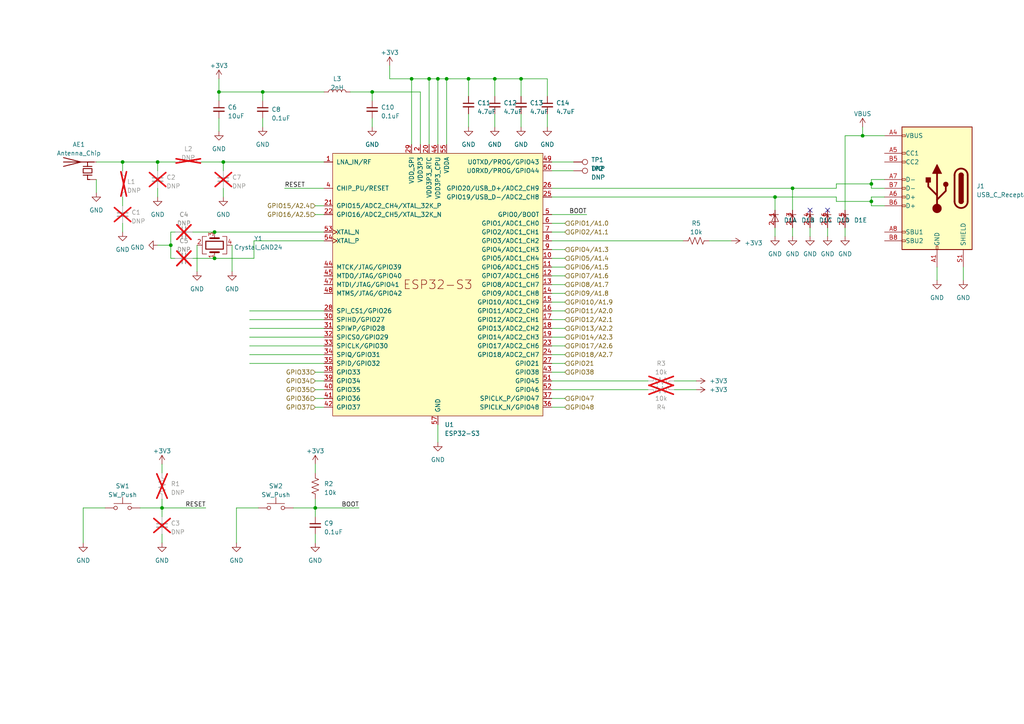
<source format=kicad_sch>
(kicad_sch (version 20230121) (generator eeschema)
  (paper "A4")
  (lib_symbols
    (symbol "Connector:TestPoint" (pin_numbers hide) (pin_names (offset 0.762) hide)
      (property "Reference" "TP" (at 0 6.858 0))
      (property "Value" "TestPoint" (at 0 5.08 0))
      (symbol "TestPoint_0_1"
        (circle (center 0 3.302) (radius 0.762))
      )
      (symbol "TestPoint_1_1"
        (pin passive line (at 0 0 90) (length 2.54) (name "1") (number "1"))
      )
    )
    (symbol "Connector:USB_C_Receptacle_USB2.0" (pin_names (offset 1.016))
      (property "Reference" "J" (at -10.16 19.05 0))
      (property "Value" "USB_C_Receptacle_USB2.0" (at 19.05 19.05 0))
      (symbol "USB_C_Receptacle_USB2.0_0_0"
        (rectangle (start -0.254 -17.78) (end 0.254 -16.764))
        (rectangle (start 10.16 -14.986) (end 9.144 -15.494))
        (rectangle (start 10.16 -12.446) (end 9.144 -12.954))
        (rectangle (start 10.16 -4.826) (end 9.144 -5.334))
        (rectangle (start 10.16 -2.286) (end 9.144 -2.794))
        (rectangle (start 10.16 0.254) (end 9.144 -0.254))
        (rectangle (start 10.16 2.794) (end 9.144 2.286))
        (rectangle (start 10.16 7.874) (end 9.144 7.366))
        (rectangle (start 10.16 10.414) (end 9.144 9.906))
        (rectangle (start 10.16 15.494) (end 9.144 14.986))
      )
      (symbol "USB_C_Receptacle_USB2.0_0_1"
        (rectangle (start -10.16 17.78) (end 10.16 -17.78) (stroke (width 0.254)) (fill (type background)))
        (arc (start -8.89 -3.81) (mid -6.985 -5.7067) (end -5.08 -3.81) (stroke (width 0.508)))
        (arc (start -7.62 -3.81) (mid -6.985 -4.4423) (end -6.35 -3.81) (stroke (width 0.254)))
        (arc (start -7.62 -3.81) (mid -6.985 -4.4423) (end -6.35 -3.81) (stroke (width 0.254)) (fill (type outline)))
        (rectangle (start -7.62 -3.81) (end -6.35 3.81) (stroke (width 0.254)) (fill (type outline)))
        (arc (start -6.35 3.81) (mid -6.985 4.4423) (end -7.62 3.81) (stroke (width 0.254)))
        (arc (start -6.35 3.81) (mid -6.985 4.4423) (end -7.62 3.81) (stroke (width 0.254)) (fill (type outline)))
        (arc (start -5.08 3.81) (mid -6.985 5.7067) (end -8.89 3.81) (stroke (width 0.508)))
        (circle (center -2.54 1.143) (radius 0.635) (stroke (width 0.254)) (fill (type outline)))
        (circle (center 0 -5.842) (radius 1.27) (fill (type outline)))
        (polyline (pts (xy -8.89 -3.81) (xy -8.89 3.81)) (stroke (width 0.508)))
        (polyline (pts (xy -5.08 3.81) (xy -5.08 -3.81)) (stroke (width 0.508)))
        (polyline (pts (xy 0 -5.842) (xy 0 4.318)) (stroke (width 0.508)))
        (polyline (pts (xy 0 -3.302) (xy -2.54 -0.762) (xy -2.54 0.508)) (stroke (width 0.508)))
        (polyline (pts (xy 0 -2.032) (xy 2.54 0.508) (xy 2.54 1.778)) (stroke (width 0.508)))
        (polyline (pts (xy -1.27 4.318) (xy 0 6.858) (xy 1.27 4.318) (xy -1.27 4.318)) (stroke (width 0.254)) (fill (type outline)))
        (rectangle (start 1.905 1.778) (end 3.175 3.048) (stroke (width 0.254)) (fill (type outline)))
      )
      (symbol "USB_C_Receptacle_USB2.0_1_1"
        (pin passive line (at 0 -22.86 90) (length 5.08) (name "GND") (number "A1"))
        (pin passive line (at 0 -22.86 90) (length 5.08) hide (name "GND") (number "A12"))
        (pin passive line (at 15.24 15.24 180) (length 5.08) (name "VBUS") (number "A4"))
        (pin bidirectional line (at 15.24 10.16 180) (length 5.08) (name "CC1") (number "A5"))
        (pin bidirectional line (at 15.24 -2.54 180) (length 5.08) (name "D+") (number "A6"))
        (pin bidirectional line (at 15.24 2.54 180) (length 5.08) (name "D-") (number "A7"))
        (pin bidirectional line (at 15.24 -12.7 180) (length 5.08) (name "SBU1") (number "A8"))
        (pin passive line (at 15.24 15.24 180) (length 5.08) hide (name "VBUS") (number "A9"))
        (pin passive line (at 0 -22.86 90) (length 5.08) hide (name "GND") (number "B1"))
        (pin passive line (at 0 -22.86 90) (length 5.08) hide (name "GND") (number "B12"))
        (pin passive line (at 15.24 15.24 180) (length 5.08) hide (name "VBUS") (number "B4"))
        (pin bidirectional line (at 15.24 7.62 180) (length 5.08) (name "CC2") (number "B5"))
        (pin bidirectional line (at 15.24 -5.08 180) (length 5.08) (name "D+") (number "B6"))
        (pin bidirectional line (at 15.24 0 180) (length 5.08) (name "D-") (number "B7"))
        (pin bidirectional line (at 15.24 -15.24 180) (length 5.08) (name "SBU2") (number "B8"))
        (pin passive line (at 15.24 15.24 180) (length 5.08) hide (name "VBUS") (number "B9"))
        (pin passive line (at -7.62 -22.86 90) (length 5.08) (name "SHIELD") (number "S1"))
      )
    )
    (symbol "Device:Antenna_Chip" (pin_numbers hide) (pin_names (offset 1.016) hide)
      (property "Reference" "AE" (at 0 5.08 0))
      (property "Value" "Antenna_Chip" (at 0 3.175 0))
      (symbol "Antenna_Chip_0_1"
        (polyline (pts (xy -2.54 0) (xy -2.54 -0.635)) (stroke (width 0.254)))
        (polyline (pts (xy -2.54 0) (xy -1.27 0)) (stroke (width 0.254)))
        (polyline (pts (xy 1.27 0) (xy 2.54 0)) (stroke (width 0.254)))
        (polyline (pts (xy 1.27 1.27) (xy 1.27 -1.27)) (stroke (width 0.254)))
        (polyline (pts (xy 2.54 -0.635) (xy 2.54 0)))
        (polyline (pts (xy 2.54 6.985) (xy 2.54 -1.905)) (stroke (width 0.254)))
        (polyline (pts (xy -1.27 1.27) (xy -1.27 -1.27) (xy -1.27 0)) (stroke (width 0.254)))
        (polyline (pts (xy 3.81 6.985) (xy 2.54 1.905) (xy 1.27 6.985)) (stroke (width 0.254)))
        (polyline (pts (xy -0.635 1.27) (xy 0.635 1.27) (xy 0.635 -1.27) (xy -0.635 -1.27) (xy -0.635 1.27)) (stroke (width 0.254)))
      )
      (symbol "Antenna_Chip_1_1"
        (pin input line (at -2.54 -2.54 90) (length 2.54) (name "FEED") (number "1"))
        (pin passive line (at 2.54 -2.54 90) (length 2.54) (name "PCB_Trace") (number "2"))
      )
    )
    (symbol "Device:C_Small" (pin_numbers hide) (pin_names (offset 0.254) hide)
      (property "Reference" "C" (at 0.254 1.778 0))
      (property "Value" "C_Small" (at 0.254 -2.032 0))
      (symbol "C_Small_0_1"
        (polyline (pts (xy -1.524 -0.508) (xy 1.524 -0.508)) (stroke (width 0.3302)))
        (polyline (pts (xy -1.524 0.508) (xy 1.524 0.508)) (stroke (width 0.3048)))
      )
      (symbol "C_Small_1_1"
        (pin passive line (at 0 2.54 270) (length 2.032) (name "~") (number "1"))
        (pin passive line (at 0 -2.54 90) (length 2.032) (name "~") (number "2"))
      )
    )
    (symbol "Device:Crystal_GND24" (pin_names (offset 1.016) hide)
      (property "Reference" "Y" (at 3.175 5.08 0))
      (property "Value" "Crystal_GND24" (at 3.175 3.175 0))
      (symbol "Crystal_GND24_0_1"
        (rectangle (start -1.143 2.54) (end 1.143 -2.54) (stroke (width 0.3048)))
        (polyline (pts (xy -2.54 0) (xy -2.032 0)))
        (polyline (pts (xy -2.032 -1.27) (xy -2.032 1.27)) (stroke (width 0.508)))
        (polyline (pts (xy 0 -3.81) (xy 0 -3.556)))
        (polyline (pts (xy 0 3.556) (xy 0 3.81)))
        (polyline (pts (xy 2.032 -1.27) (xy 2.032 1.27)) (stroke (width 0.508)))
        (polyline (pts (xy 2.032 0) (xy 2.54 0)))
        (polyline (pts (xy -2.54 -2.286) (xy -2.54 -3.556) (xy 2.54 -3.556) (xy 2.54 -2.286)))
        (polyline (pts (xy -2.54 2.286) (xy -2.54 3.556) (xy 2.54 3.556) (xy 2.54 2.286)))
      )
      (symbol "Crystal_GND24_1_1"
        (pin passive line (at -3.81 0 0) (length 1.27) (name "1") (number "1"))
        (pin passive line (at 0 5.08 270) (length 1.27) (name "2") (number "2"))
        (pin passive line (at 3.81 0 180) (length 1.27) (name "3") (number "3"))
        (pin passive line (at 0 -5.08 90) (length 1.27) (name "4") (number "4"))
      )
    )
    (symbol "Device:L" (pin_numbers hide) (pin_names (offset 1.016) hide)
      (property "Reference" "L" (at -1.27 0 90))
      (property "Value" "L" (at 1.905 0 90))
      (symbol "L_0_1"
        (arc (start 0 -2.54) (mid 0.6323 -1.905) (end 0 -1.27))
        (arc (start 0 -1.27) (mid 0.6323 -0.635) (end 0 0))
        (arc (start 0 0) (mid 0.6323 0.635) (end 0 1.27))
        (arc (start 0 1.27) (mid 0.6323 1.905) (end 0 2.54))
      )
      (symbol "L_1_1"
        (pin passive line (at 0 3.81 270) (length 1.27) (name "1") (number "1"))
        (pin passive line (at 0 -3.81 90) (length 1.27) (name "2") (number "2"))
      )
    )
    (symbol "Device:R_US" (pin_numbers hide) (pin_names (offset 0))
      (property "Reference" "R" (at 2.54 0 90))
      (property "Value" "R_US" (at -2.54 0 90))
      (symbol "R_US_0_1"
        (polyline (pts (xy 0 -2.286) (xy 0 -2.54)))
        (polyline (pts (xy 0 2.286) (xy 0 2.54)))
        (polyline (pts (xy 0 -0.762) (xy 1.016 -1.143) (xy 0 -1.524) (xy -1.016 -1.905) (xy 0 -2.286)))
        (polyline (pts (xy 0 0.762) (xy 1.016 0.381) (xy 0 0) (xy -1.016 -0.381) (xy 0 -0.762)))
        (polyline (pts (xy 0 2.286) (xy 1.016 1.905) (xy 0 1.524) (xy -1.016 1.143) (xy 0 0.762)))
      )
      (symbol "R_US_1_1"
        (pin passive line (at 0 3.81 270) (length 1.27) (name "~") (number "1"))
        (pin passive line (at 0 -3.81 90) (length 1.27) (name "~") (number "2"))
      )
    )
    (symbol "PCM_Espressif:ESP32-S3" (pin_names (offset 1.016))
      (property "Reference" "U" (at -30.48 43.18 0))
      (property "Value" "ESP32-S3" (at -30.48 40.64 0))
      (symbol "ESP32-S3_0_0"
        (text "ESP32-S3" (at 0 0 0) (effects (font (size 2.54 2.54))))
        (pin bidirectional line (at 33.02 -35.56 180) (length 2.54) (name "SPICLK_N/GPIO48") (number "36"))
        (pin bidirectional line (at 33.02 -33.02 180) (length 2.54) (name "SPICLK_P/GPIO47") (number "37"))
      )
      (symbol "ESP32-S3_0_1"
        (rectangle (start -30.48 38.1) (end 30.48 -38.1) (fill (type background)))
      )
      (symbol "ESP32-S3_1_1"
        (pin bidirectional line (at -33.02 35.56 0) (length 2.54) (name "LNA_IN/RF") (number "1"))
        (pin bidirectional line (at 33.02 7.62 180) (length 2.54) (name "GPIO5/ADC1_CH4") (number "10"))
        (pin bidirectional line (at 33.02 5.08 180) (length 2.54) (name "GPIO6/ADC1_CH5") (number "11"))
        (pin bidirectional line (at 33.02 2.54 180) (length 2.54) (name "GPIO7/ADC1_CH6") (number "12"))
        (pin bidirectional line (at 33.02 0 180) (length 2.54) (name "GPIO8/ADC1_CH7") (number "13"))
        (pin bidirectional line (at 33.02 -2.54 180) (length 2.54) (name "GPIO9/ADC1_CH8") (number "14"))
        (pin bidirectional line (at 33.02 -5.08 180) (length 2.54) (name "GPIO10/ADC1_CH9") (number "15"))
        (pin bidirectional line (at 33.02 -7.62 180) (length 2.54) (name "GPIO11/ADC2_CH0") (number "16"))
        (pin bidirectional line (at 33.02 -10.16 180) (length 2.54) (name "GPIO12/ADC2_CH1") (number "17"))
        (pin bidirectional line (at 33.02 -12.7 180) (length 2.54) (name "GPIO13/ADC2_CH2") (number "18"))
        (pin bidirectional line (at 33.02 -15.24 180) (length 2.54) (name "GPIO14/ADC2_CH3") (number "19"))
        (pin power_in line (at -5.08 40.64 270) (length 2.54) (name "VDD3P3") (number "2"))
        (pin power_in line (at -2.54 40.64 270) (length 2.54) (name "VDD3P3_RTC") (number "20"))
        (pin bidirectional line (at -33.02 22.86 0) (length 2.54) (name "GPIO15/ADC2_CH4/XTAL_32K_P") (number "21"))
        (pin bidirectional line (at -33.02 20.32 0) (length 2.54) (name "GPIO16/ADC2_CH5/XTAL_32K_N") (number "22"))
        (pin bidirectional line (at 33.02 -17.78 180) (length 2.54) (name "GPIO17/ADC2_CH6") (number "23"))
        (pin bidirectional line (at 33.02 -20.32 180) (length 2.54) (name "GPIO18/ADC2_CH7") (number "24"))
        (pin bidirectional line (at 33.02 25.4 180) (length 2.54) (name "GPIO19/USB_D-/ADC2_CH8") (number "25"))
        (pin bidirectional line (at 33.02 27.94 180) (length 2.54) (name "GPIO20/USB_D+/ADC2_CH9") (number "26"))
        (pin bidirectional line (at 33.02 -22.86 180) (length 2.54) (name "GPIO21") (number "27"))
        (pin bidirectional line (at -33.02 -7.62 0) (length 2.54) (name "SPI_CS1/GPIO26") (number "28"))
        (pin power_out line (at -7.62 40.64 270) (length 2.54) (name "VDD_SPI") (number "29"))
        (pin power_in line (at -5.08 40.64 270) (length 2.54) hide (name "VDD3P3") (number "3"))
        (pin bidirectional line (at -33.02 -10.16 0) (length 2.54) (name "SPIHD/GPIO27") (number "30"))
        (pin bidirectional line (at -33.02 -12.7 0) (length 2.54) (name "SPIWP/GPIO28") (number "31"))
        (pin bidirectional line (at -33.02 -15.24 0) (length 2.54) (name "SPICS0/GPIO29") (number "32"))
        (pin bidirectional line (at -33.02 -17.78 0) (length 2.54) (name "SPICLK/GPIO30") (number "33"))
        (pin bidirectional line (at -33.02 -20.32 0) (length 2.54) (name "SPIQ/GPIO31") (number "34"))
        (pin bidirectional line (at -33.02 -22.86 0) (length 2.54) (name "SPID/GPIO32") (number "35"))
        (pin bidirectional line (at -33.02 -25.4 0) (length 2.54) (name "GPIO33") (number "38"))
        (pin bidirectional line (at -33.02 -27.94 0) (length 2.54) (name "GPIO34") (number "39"))
        (pin input line (at -33.02 27.94 0) (length 2.54) (name "CHIP_PU/RESET") (number "4"))
        (pin bidirectional line (at -33.02 -30.48 0) (length 2.54) (name "GPIO35") (number "40"))
        (pin bidirectional line (at -33.02 -33.02 0) (length 2.54) (name "GPIO36") (number "41"))
        (pin bidirectional line (at -33.02 -35.56 0) (length 2.54) (name "GPIO37") (number "42"))
        (pin bidirectional line (at 33.02 -25.4 180) (length 2.54) (name "GPIO38") (number "43"))
        (pin bidirectional line (at -33.02 5.08 0) (length 2.54) (name "MTCK/JTAG/GPIO39") (number "44"))
        (pin bidirectional line (at -33.02 2.54 0) (length 2.54) (name "MTDO/JTAG/GPIO40") (number "45"))
        (pin power_in line (at 0 40.64 270) (length 2.54) (name "VDD3P3_CPU") (number "46"))
        (pin bidirectional line (at -33.02 0 0) (length 2.54) (name "MTDI/JTAG/GPIO41") (number "47"))
        (pin bidirectional line (at -33.02 -2.54 0) (length 2.54) (name "MTMS/JTAG/GPIO42") (number "48"))
        (pin bidirectional line (at 33.02 35.56 180) (length 2.54) (name "U0TXD/PROG/GPIO43") (number "49"))
        (pin bidirectional line (at 33.02 20.32 180) (length 2.54) (name "GPIO0/BOOT") (number "5"))
        (pin bidirectional line (at 33.02 33.02 180) (length 2.54) (name "U0RXD/PROG/GPIO44") (number "50"))
        (pin bidirectional line (at 33.02 -27.94 180) (length 2.54) (name "GPIO45") (number "51"))
        (pin bidirectional line (at 33.02 -30.48 180) (length 2.54) (name "GPIO46") (number "52"))
        (pin input clock (at -33.02 15.24 0) (length 2.54) (name "XTAL_N") (number "53"))
        (pin output clock (at -33.02 12.7 0) (length 2.54) (name "XTAL_P") (number "54"))
        (pin power_in line (at 2.54 40.64 270) (length 2.54) (name "VDDA") (number "55"))
        (pin passive line (at 2.54 40.64 270) (length 2.54) hide (name "VDDA") (number "56"))
        (pin power_in line (at 0 -40.64 90) (length 2.54) (name "GND") (number "57"))
        (pin bidirectional line (at 33.02 17.78 180) (length 2.54) (name "GPIO1/ADC1_CH0") (number "6"))
        (pin bidirectional line (at 33.02 15.24 180) (length 2.54) (name "GPIO2/ADC1_CH1") (number "7"))
        (pin bidirectional line (at 33.02 12.7 180) (length 2.54) (name "GPIO3/ADC1_CH2") (number "8"))
        (pin bidirectional line (at 33.02 10.16 180) (length 2.54) (name "GPIO4/ADC1_CH3") (number "9"))
      )
    )
    (symbol "Rumission:D5V0F4U6SO" (pin_names hide)
      (property "Reference" "D" (at 0 0 0))
      (symbol "D5V0F4U6SO_1_1"
        (polyline (pts (xy -1.27 -2.54) (xy 0.762 -2.54)))
        (polyline (pts (xy -1.27 -1.524) (xy -1.27 -3.556) (xy -0.762 -3.556)))
        (polyline (pts (xy 0.762 -1.524) (xy -1.27 -2.54) (xy 0.762 -3.556) (xy 0.762 -1.524)))
        (pin passive line (at -2.54 -2.54 0) (length 2.54) (name "K1") (number "1"))
        (pin passive line (at 2.54 -2.54 180) (length 2.54) (name "A") (number "2"))
      )
      (symbol "D5V0F4U6SO_2_1"
        (polyline (pts (xy -1.27 -2.54) (xy 0.762 -2.54)))
        (polyline (pts (xy -1.27 -1.524) (xy -1.27 -3.556) (xy -0.762 -3.556)))
        (polyline (pts (xy 0.762 -1.524) (xy -1.27 -2.54) (xy 0.762 -3.556) (xy 0.762 -1.524)))
        (pin passive line (at 2.54 -2.54 180) (length 2.54) (name "A") (number "2"))
        (pin passive line (at -2.54 -2.54 0) (length 2.54) (name "K2") (number "3"))
      )
      (symbol "D5V0F4U6SO_3_1"
        (polyline (pts (xy -1.27 -2.54) (xy 0.762 -2.54)))
        (polyline (pts (xy -1.27 -1.524) (xy -1.27 -3.556) (xy -0.762 -3.556)))
        (polyline (pts (xy 0.762 -1.524) (xy -1.27 -2.54) (xy 0.762 -3.556) (xy 0.762 -1.524)))
        (pin passive line (at 2.54 -2.54 180) (length 2.54) (name "A") (number "2"))
        (pin passive line (at -2.54 -2.54 0) (length 2.54) (name "K3") (number "4"))
      )
      (symbol "D5V0F4U6SO_4_1"
        (polyline (pts (xy -1.27 -2.54) (xy 0.762 -2.54)))
        (polyline (pts (xy -1.27 -1.524) (xy -1.27 -3.556) (xy -0.762 -3.556)))
        (polyline (pts (xy 0.762 -1.524) (xy -1.27 -2.54) (xy 0.762 -3.556) (xy 0.762 -1.524)))
        (pin passive line (at 2.54 -2.54 180) (length 2.54) (name "A") (number "2"))
        (pin passive line (at -2.54 -2.54 0) (length 2.54) (name "K4") (number "6"))
      )
      (symbol "D5V0F4U6SO_5_1"
        (polyline (pts (xy 0 -5.08) (xy 0 -7.112)))
        (polyline (pts (xy 1.016 -5.08) (xy -1.016 -5.08) (xy -1.016 -5.588)))
        (polyline (pts (xy 1.016 -7.112) (xy 0 -5.08) (xy -1.016 -7.112) (xy 1.016 -7.112)))
        (pin passive line (at 0 -8.89 90) (length 2.54) (name "A") (number "2"))
        (pin passive line (at 0 -3.81 270) (length 2.54) (name "K_Vcc") (number "5"))
      )
    )
    (symbol "Switch:SW_Push" (pin_numbers hide) (pin_names (offset 1.016) hide)
      (property "Reference" "SW" (at 1.27 2.54 0))
      (property "Value" "SW_Push" (at 0 -1.524 0))
      (symbol "SW_Push_0_1"
        (circle (center -2.032 0) (radius 0.508))
        (polyline (pts (xy 0 1.27) (xy 0 3.048)))
        (polyline (pts (xy 2.54 1.27) (xy -2.54 1.27)))
        (circle (center 2.032 0) (radius 0.508))
        (pin passive line (at -5.08 0 0) (length 2.54) (name "1") (number "1"))
        (pin passive line (at 5.08 0 180) (length 2.54) (name "2") (number "2"))
      )
    )
    (symbol "power:+3V3" (power) (pin_names (offset 0))
      (property "Value" "+3V3" (at 0 3.556 0))
      (symbol "+3V3_0_1"
        (polyline (pts (xy -0.762 1.27) (xy 0 2.54)))
        (polyline (pts (xy 0 0) (xy 0 2.54)))
        (polyline (pts (xy 0 2.54) (xy 0.762 1.27)))
      )
      (symbol "+3V3_1_1"
        (pin power_in line (at 0 0 90) (length 0) hide (name "+3V3") (number "1"))
      )
    )
    (symbol "power:GND" (power) (pin_names (offset 0))
      (property "Value" "GND" (at 0 -3.81 0))
      (symbol "GND_0_1"
        (polyline (pts (xy 0 0) (xy 0 -1.27) (xy 1.27 -1.27) (xy 0 -2.54) (xy -1.27 -1.27) (xy 0 -1.27)))
      )
      (symbol "GND_1_1"
        (pin power_in line (at 0 0 270) (length 0) hide (name "GND") (number "1"))
      )
    )
    (symbol "power:VBUS" (power) (pin_names (offset 0))
      (property "Value" "VBUS" (at 0 3.81 0))
      (symbol "VBUS_0_1"
        (polyline (pts (xy -0.762 1.27) (xy 0 2.54)))
        (polyline (pts (xy 0 0) (xy 0 2.54)))
        (polyline (pts (xy 0 2.54) (xy 0.762 1.27)))
      )
      (symbol "VBUS_1_1"
        (pin power_in line (at 0 0 90) (length 0) hide (name "VBUS") (number "1"))
      )
    )
  )
  (junction (at 250.19 39.37))
  (junction (at 252.73 53.34))
  (junction (at 49.53 71.12))
  (junction (at 91.44 147.32))
  (junction (at 129.54 22.86))
  (junction (at 135.89 22.86))
  (junction (at 63.5 26.67))
  (junction (at 143.51 22.86))
  (junction (at 76.2 26.67))
  (junction (at 62.23 74.93))
  (junction (at 35.56 46.99))
  (junction (at 62.23 67.31))
  (junction (at 151.13 22.86))
  (junction (at 127 22.86))
  (junction (at 107.95 26.67))
  (junction (at 46.99 147.32))
  (junction (at 124.46 22.86))
  (junction (at 224.79 57.15))
  (junction (at 64.77 46.99))
  (junction (at 252.73 58.42))
  (junction (at 229.87 54.61))
  (junction (at 45.72 46.99))
  (junction (at 119.38 22.86))
  (no_connect (at 234.95 60.96))
  (no_connect (at 240.03 60.96))
  (wire (pts (xy 242.57 53.34) (xy 252.73 53.34)))
  (wire (pts (xy 76.2 26.67) (xy 93.98 26.67)))
  (wire (pts (xy 160.02 64.77) (xy 163.83 64.77)))
  (wire (pts (xy 91.44 147.32) (xy 104.14 147.32)))
  (wire (pts (xy 64.77 46.99) (xy 64.77 49.53)))
  (wire (pts (xy 252.73 59.69) (xy 252.73 58.42)))
  (wire (pts (xy 252.73 54.61) (xy 252.73 53.34)))
  (wire (pts (xy 68.58 147.32) (xy 74.93 147.32)))
  (wire (pts (xy 151.13 33.02) (xy 151.13 36.83)))
  (wire (pts (xy 91.44 110.49) (xy 93.98 110.49)))
  (wire (pts (xy 113.03 19.05) (xy 113.03 22.86)))
  (wire (pts (xy 57.15 71.12) (xy 57.15 78.74)))
  (wire (pts (xy 135.89 22.86) (xy 143.51 22.86)))
  (wire (pts (xy 107.95 26.67) (xy 107.95 29.21)))
  (wire (pts (xy 252.73 57.15) (xy 256.54 57.15)))
  (wire (pts (xy 160.02 74.93) (xy 163.83 74.93)))
  (wire (pts (xy 72.39 102.87) (xy 93.98 102.87)))
  (wire (pts (xy 160.02 92.71) (xy 163.83 92.71)))
  (wire (pts (xy 160.02 95.25) (xy 163.83 95.25)))
  (wire (pts (xy 45.72 46.99) (xy 50.8 46.99)))
  (wire (pts (xy 45.72 54.61) (xy 45.72 57.15)))
  (wire (pts (xy 91.44 147.32) (xy 91.44 149.86)))
  (wire (pts (xy 242.57 54.61) (xy 242.57 53.34)))
  (wire (pts (xy 224.79 57.15) (xy 242.57 57.15)))
  (wire (pts (xy 64.77 46.99) (xy 93.98 46.99)))
  (wire (pts (xy 64.77 54.61) (xy 64.77 57.15)))
  (wire (pts (xy 63.5 34.29) (xy 63.5 38.1)))
  (wire (pts (xy 160.02 57.15) (xy 224.79 57.15)))
  (wire (pts (xy 160.02 62.23) (xy 170.18 62.23)))
  (wire (pts (xy 49.53 74.93) (xy 49.53 71.12)))
  (wire (pts (xy 50.8 74.93) (xy 49.53 74.93)))
  (wire (pts (xy 205.74 69.85) (xy 212.09 69.85)))
  (wire (pts (xy 91.44 107.95) (xy 93.98 107.95)))
  (wire (pts (xy 91.44 113.03) (xy 93.98 113.03)))
  (wire (pts (xy 107.95 34.29) (xy 107.95 36.83)))
  (wire (pts (xy 24.13 147.32) (xy 30.48 147.32)))
  (wire (pts (xy 160.02 113.03) (xy 187.96 113.03)))
  (wire (pts (xy 40.64 147.32) (xy 46.99 147.32)))
  (wire (pts (xy 91.44 62.23) (xy 93.98 62.23)))
  (wire (pts (xy 160.02 87.63) (xy 163.83 87.63)))
  (wire (pts (xy 160.02 102.87) (xy 163.83 102.87)))
  (wire (pts (xy 124.46 22.86) (xy 127 22.86)))
  (wire (pts (xy 46.99 144.78) (xy 46.99 147.32)))
  (wire (pts (xy 27.94 52.07) (xy 27.94 55.88)))
  (wire (pts (xy 35.56 57.15) (xy 35.56 59.69)))
  (wire (pts (xy 113.03 22.86) (xy 119.38 22.86)))
  (wire (pts (xy 240.03 66.04) (xy 240.03 68.58)))
  (wire (pts (xy 160.02 54.61) (xy 229.87 54.61)))
  (wire (pts (xy 229.87 54.61) (xy 242.57 54.61)))
  (wire (pts (xy 63.5 26.67) (xy 76.2 26.67)))
  (wire (pts (xy 135.89 22.86) (xy 135.89 27.94)))
  (wire (pts (xy 127 22.86) (xy 129.54 22.86)))
  (wire (pts (xy 45.72 71.12) (xy 49.53 71.12)))
  (wire (pts (xy 63.5 22.86) (xy 63.5 26.67)))
  (wire (pts (xy 160.02 72.39) (xy 163.83 72.39)))
  (wire (pts (xy 256.54 54.61) (xy 252.73 54.61)))
  (wire (pts (xy 160.02 118.11) (xy 163.83 118.11)))
  (wire (pts (xy 63.5 29.21) (xy 63.5 26.67)))
  (wire (pts (xy 158.75 33.02) (xy 158.75 36.83)))
  (wire (pts (xy 129.54 22.86) (xy 135.89 22.86)))
  (wire (pts (xy 242.57 57.15) (xy 242.57 58.42)))
  (wire (pts (xy 76.2 29.21) (xy 76.2 26.67)))
  (wire (pts (xy 46.99 154.94) (xy 46.99 157.48)))
  (wire (pts (xy 160.02 82.55) (xy 163.83 82.55)))
  (wire (pts (xy 160.02 105.41) (xy 163.83 105.41)))
  (wire (pts (xy 229.87 54.61) (xy 229.87 60.96)))
  (wire (pts (xy 91.44 115.57) (xy 93.98 115.57)))
  (wire (pts (xy 229.87 66.04) (xy 229.87 68.58)))
  (wire (pts (xy 143.51 33.02) (xy 143.51 36.83)))
  (wire (pts (xy 101.6 26.67) (xy 107.95 26.67)))
  (wire (pts (xy 124.46 22.86) (xy 124.46 41.91)))
  (wire (pts (xy 245.11 66.04) (xy 245.11 68.58)))
  (wire (pts (xy 35.56 49.53) (xy 35.56 46.99)))
  (wire (pts (xy 252.73 53.34) (xy 252.73 52.07)))
  (wire (pts (xy 151.13 22.86) (xy 151.13 27.94)))
  (wire (pts (xy 72.39 92.71) (xy 93.98 92.71)))
  (wire (pts (xy 279.4 77.47) (xy 279.4 81.28)))
  (wire (pts (xy 158.75 22.86) (xy 158.75 27.94)))
  (wire (pts (xy 252.73 58.42) (xy 252.73 57.15)))
  (wire (pts (xy 46.99 147.32) (xy 59.69 147.32)))
  (wire (pts (xy 160.02 77.47) (xy 163.83 77.47)))
  (wire (pts (xy 195.58 113.03) (xy 201.93 113.03)))
  (wire (pts (xy 160.02 115.57) (xy 163.83 115.57)))
  (wire (pts (xy 55.88 74.93) (xy 62.23 74.93)))
  (wire (pts (xy 245.11 60.96) (xy 245.11 39.37)))
  (wire (pts (xy 91.44 144.78) (xy 91.44 147.32)))
  (wire (pts (xy 224.79 66.04) (xy 224.79 68.58)))
  (wire (pts (xy 91.44 59.69) (xy 93.98 59.69)))
  (wire (pts (xy 252.73 52.07) (xy 256.54 52.07)))
  (wire (pts (xy 160.02 90.17) (xy 163.83 90.17)))
  (wire (pts (xy 73.66 69.85) (xy 93.98 69.85)))
  (wire (pts (xy 73.66 74.93) (xy 73.66 69.85)))
  (wire (pts (xy 91.44 118.11) (xy 93.98 118.11)))
  (wire (pts (xy 160.02 97.79) (xy 163.83 97.79)))
  (wire (pts (xy 72.39 105.41) (xy 93.98 105.41)))
  (wire (pts (xy 76.2 34.29) (xy 76.2 36.83)))
  (wire (pts (xy 160.02 67.31) (xy 163.83 67.31)))
  (wire (pts (xy 55.88 67.31) (xy 62.23 67.31)))
  (wire (pts (xy 46.99 147.32) (xy 46.99 149.86)))
  (wire (pts (xy 160.02 85.09) (xy 163.83 85.09)))
  (wire (pts (xy 160.02 69.85) (xy 198.12 69.85)))
  (wire (pts (xy 49.53 71.12) (xy 49.53 67.31)))
  (wire (pts (xy 143.51 22.86) (xy 143.51 27.94)))
  (wire (pts (xy 127 22.86) (xy 127 41.91)))
  (wire (pts (xy 256.54 59.69) (xy 252.73 59.69)))
  (wire (pts (xy 58.42 46.99) (xy 64.77 46.99)))
  (wire (pts (xy 67.31 71.12) (xy 67.31 78.74)))
  (wire (pts (xy 135.89 33.02) (xy 135.89 36.83)))
  (wire (pts (xy 129.54 22.86) (xy 129.54 41.91)))
  (wire (pts (xy 91.44 134.62) (xy 91.44 137.16)))
  (wire (pts (xy 72.39 100.33) (xy 93.98 100.33)))
  (wire (pts (xy 160.02 49.53) (xy 166.37 49.53)))
  (wire (pts (xy 72.39 95.25) (xy 93.98 95.25)))
  (wire (pts (xy 160.02 46.99) (xy 166.37 46.99)))
  (wire (pts (xy 245.11 39.37) (xy 250.19 39.37)))
  (wire (pts (xy 24.13 147.32) (xy 24.13 157.48)))
  (wire (pts (xy 35.56 46.99) (xy 45.72 46.99)))
  (wire (pts (xy 119.38 22.86) (xy 119.38 41.91)))
  (wire (pts (xy 195.58 110.49) (xy 201.93 110.49)))
  (wire (pts (xy 121.92 26.67) (xy 107.95 26.67)))
  (wire (pts (xy 49.53 67.31) (xy 50.8 67.31)))
  (wire (pts (xy 91.44 154.94) (xy 91.44 157.48)))
  (wire (pts (xy 160.02 80.01) (xy 163.83 80.01)))
  (wire (pts (xy 271.78 77.47) (xy 271.78 81.28)))
  (wire (pts (xy 143.51 22.86) (xy 151.13 22.86)))
  (wire (pts (xy 160.02 100.33) (xy 163.83 100.33)))
  (wire (pts (xy 68.58 147.32) (xy 68.58 157.48)))
  (wire (pts (xy 250.19 39.37) (xy 256.54 39.37)))
  (wire (pts (xy 35.56 64.77) (xy 35.56 67.31)))
  (wire (pts (xy 151.13 22.86) (xy 158.75 22.86)))
  (wire (pts (xy 85.09 147.32) (xy 91.44 147.32)))
  (wire (pts (xy 27.94 46.99) (xy 35.56 46.99)))
  (wire (pts (xy 82.55 54.61) (xy 93.98 54.61)))
  (wire (pts (xy 72.39 97.79) (xy 93.98 97.79)))
  (wire (pts (xy 119.38 22.86) (xy 124.46 22.86)))
  (wire (pts (xy 121.92 41.91) (xy 121.92 26.67)))
  (wire (pts (xy 62.23 74.93) (xy 73.66 74.93)))
  (wire (pts (xy 234.95 66.04) (xy 234.95 68.58)))
  (wire (pts (xy 46.99 134.62) (xy 46.99 137.16)))
  (wire (pts (xy 242.57 58.42) (xy 252.73 58.42)))
  (wire (pts (xy 62.23 67.31) (xy 93.98 67.31)))
  (wire (pts (xy 160.02 107.95) (xy 163.83 107.95)))
  (wire (pts (xy 45.72 49.53) (xy 45.72 46.99)))
  (wire (pts (xy 72.39 90.17) (xy 93.98 90.17)))
  (wire (pts (xy 160.02 110.49) (xy 187.96 110.49)))
  (wire (pts (xy 127 123.19) (xy 127 128.27)))
  (wire (pts (xy 250.19 36.83) (xy 250.19 39.37)))
  (wire (pts (xy 224.79 57.15) (xy 224.79 60.96)))
  (label "BOOT" (at 170.18 62.23 180))
  (label "BOOT" (at 104.14 147.32 180))
  (label "RESET" (at 59.69 147.32 180))
  (label "RESET" (at 82.55 54.61 0))
  (hierarchical_label "GPIO5{slash}A1.4" (shape input) (at 163.83 74.93 0))
  (hierarchical_label "GPIO14{slash}A2.3" (shape input) (at 163.83 97.79 0))
  (hierarchical_label "GPIO37" (shape input) (at 91.44 118.11 180))
  (hierarchical_label "GPIO34" (shape input) (at 91.44 110.49 180))
  (hierarchical_label "GPIO1{slash}A1.0" (shape input) (at 163.83 64.77 0))
  (hierarchical_label "GPIO18{slash}A2.7" (shape input) (at 163.83 102.87 0))
  (hierarchical_label "GPIO47" (shape input) (at 163.83 115.57 0))
  (hierarchical_label "GPIO15{slash}A2.4" (shape input) (at 91.44 59.69 180))
  (hierarchical_label "GPIO12{slash}A2.1" (shape input) (at 163.83 92.71 0))
  (hierarchical_label "GPIO13{slash}A2.2" (shape input) (at 163.83 95.25 0))
  (hierarchical_label "GPIO8{slash}A1.7" (shape input) (at 163.83 82.55 0))
  (hierarchical_label "GPIO6{slash}A1.5" (shape input) (at 163.83 77.47 0))
  (hierarchical_label "GPIO10{slash}A1.9" (shape input) (at 163.83 87.63 0))
  (hierarchical_label "GPIO48" (shape input) (at 163.83 118.11 0))
  (hierarchical_label "GPIO7{slash}A1.6" (shape input) (at 163.83 80.01 0))
  (hierarchical_label "GPIO9{slash}A1.8" (shape input) (at 163.83 85.09 0))
  (hierarchical_label "GPIO11{slash}A2.0" (shape input) (at 163.83 90.17 0))
  (hierarchical_label "GPIO2{slash}A1.1" (shape input) (at 163.83 67.31 0))
  (hierarchical_label "GPIO17{slash}A2.6" (shape input) (at 163.83 100.33 0))
  (hierarchical_label "GPIO35" (shape input) (at 91.44 113.03 180))
  (hierarchical_label "GPIO16{slash}A2.5" (shape input) (at 91.44 62.23 180))
  (hierarchical_label "GPIO33" (shape input) (at 91.44 107.95 180))
  (hierarchical_label "GPIO21" (shape input) (at 163.83 105.41 0))
  (hierarchical_label "GPIO38" (shape input) (at 163.83 107.95 0))
  (hierarchical_label "GPIO4{slash}A1.3" (shape input) (at 163.83 72.39 0))
  (hierarchical_label "GPIO36" (shape input) (at 91.44 115.57 180))
  (symbol (lib_id "Device:R_US") (at 91.44 140.97 0) (unit 1)
    (property "Reference" "R2" (at 93.98 140.335 0) (effects (justify left)))
    (property "Value" "10k" (at 93.98 142.875 0) (effects (justify left)))
    (property "Footprint" "Resistor_SMD:R_0201_0603Metric_Pad0.64x0.40mm_HandSolder" (effects hide))
    (property "MPN" "RC0201FR-0710KL" (effects hide))
  )
  (symbol (lib_id "Device:C_Small") (at 76.2 31.75 0) (unit 1)
    (property "Reference" "C8" (at 78.74 31.75 0) (effects (justify left)))
    (property "Value" "0.1uF" (at 78.74 34.29 0) (effects (justify left)))
    (property "Footprint" "Capacitor_SMD:C_1206_3216Metric_Pad1.33x1.80mm_HandSolder" (effects hide))
    (property "Datasheet" "https://mm.digikey.com/Volume0/opasdata/d220001/medias/docus/1256/CL31B104KBCNNNC_Spec.pdf" (effects hide))
    (property "MPN" "CL31B104KBCNNNC" (effects hide))
  )
  (symbol (lib_id "Device:C_Small") (at 91.44 152.4 0) (unit 1)
    (property "Reference" "C9" (at 93.98 151.7713 0) (effects (justify left)))
    (property "Value" "0.1uF" (at 93.98 154.3113 0) (effects (justify left)))
    (property "Footprint" "Capacitor_SMD:C_0603_1608Metric_Pad1.08x0.95mm_HandSolder" (effects hide))
    (property "Datasheet" "https://datasheets.kyocera-avx.com/KGM_X7R.pdf" (effects hide))
    (property "MPN" "KGM15BR71H104KT" (effects hide))
  )
  (symbol (lib_id "power:+3V3") (at 63.5 22.86 0) (unit 1)
    (property "Reference" "#PWR09" (effects hide))
    (property "Value" "+3V3" (at 63.5 19.05 0))
  )
  (symbol (lib_id "power:GND") (at 234.95 68.58 0) (unit 1)
    (property "Reference" "#PWR029" (effects hide))
    (property "Value" "GND" (at 234.95 73.66 0))
  )
  (symbol (lib_id "power:GND") (at 127 128.27 0) (unit 1)
    (property "Reference" "#PWR019" (effects hide))
    (property "Value" "GND" (at 127 133.35 0))
  )
  (symbol (lib_id "power:+3V3") (at 201.93 110.49 270) (unit 1)
    (property "Reference" "#PWR024" (effects hide))
    (property "Value" "+3V3" (at 205.74 110.49 90) (effects (justify left)))
  )
  (symbol (lib_id "Rumission:D5V0F4U6SO") (at 245.11 57.15 0) (unit 5)
    (property "Reference" "D1" (at 247.65 63.881 0) (effects (justify left)))
    (property "Value" "D5V0F4U6SO" (effects hide))
    (property "Footprint" "Rumission:SOT26" (effects hide))
    (property "Datasheet" "https://www.diodes.com/assets/Datasheets/D5V0F4U6SO.pdf" (effects hide))
    (property "MPN" "D5V0F4U6SO-7" (effects hide))
  )
  (symbol (lib_id "Device:C_Small") (at 107.95 31.75 0) (unit 1)
    (property "Reference" "C10" (at 110.49 31.1213 0) (effects (justify left)))
    (property "Value" "0.1uF" (at 110.49 33.6613 0) (effects (justify left)))
    (property "Footprint" "Capacitor_SMD:C_1206_3216Metric_Pad1.33x1.80mm_HandSolder" (effects hide))
    (property "Datasheet" "https://mm.digikey.com/Volume0/opasdata/d220001/medias/docus/1256/CL31B104KBCNNNC_Spec.pdf" (effects hide))
    (property "MPN" "CL31B104KBCNNNC" (effects hide))
  )
  (symbol (lib_id "power:GND") (at 158.75 36.83 0) (unit 1)
    (property "Reference" "#PWR023" (effects hide))
    (property "Value" "GND" (at 158.75 41.91 0))
  )
  (symbol (lib_id "Connector:USB_C_Receptacle_USB2.0") (at 271.78 54.61 0) (mirror y) (unit 1)
    (property "Reference" "J1" (at 283.21 53.975 0) (effects (justify right)))
    (property "Value" "USB_C_Receptacle_USB2.0" (at 283.21 56.515 0) (effects (justify right)))
    (property "Footprint" "Connector_USB:USB_C_Receptacle_Amphenol_12401610E4-2A_CircularHoles" (effects hide))
    (property "Datasheet" "https://www.usb.org/sites/default/files/documents/usb_type-c.zip" (effects hide))
    (property "MPN" "12401610E4#2A" (effects hide))
  )
  (symbol (lib_id "Device:C_Small") (at 46.99 152.4 0) (unit 1) (dnp yes)
    (property "Reference" "C3" (at 49.53 151.7713 0) (effects (justify left)))
    (property "Value" "DNP" (at 49.53 154.3113 0) (effects (justify left)))
    (property "Footprint" "Capacitor_SMD:C_0603_1608Metric_Pad1.08x0.95mm_HandSolder" (effects hide))
    (property "MPN" "DNP" (effects hide))
  )
  (symbol (lib_id "power:GND") (at 27.94 55.88 0) (unit 1)
    (property "Reference" "#PWR02" (effects hide))
    (property "Value" "GND" (at 27.94 60.96 0))
  )
  (symbol (lib_id "Device:C_Small") (at 53.34 74.93 270) (mirror x) (unit 1) (dnp yes)
    (property "Reference" "C5" (at 53.3336 69.85 90))
    (property "Value" "DNP" (at 53.3336 72.39 90))
    (property "Footprint" "Capacitor_SMD:C_0603_1608Metric_Pad1.08x0.95mm_HandSolder" (effects hide))
    (property "MPN" "DNP" (effects hide))
  )
  (symbol (lib_id "power:GND") (at 143.51 36.83 0) (unit 1)
    (property "Reference" "#PWR021" (effects hide))
    (property "Value" "GND" (at 143.51 41.91 0))
  )
  (symbol (lib_id "Device:C_Small") (at 53.34 67.31 90) (unit 1) (dnp yes)
    (property "Reference" "C4" (at 53.3463 62.23 90))
    (property "Value" "DNP" (at 53.3463 64.77 90))
    (property "Footprint" "Capacitor_SMD:C_0603_1608Metric_Pad1.08x0.95mm_HandSolder" (effects hide))
    (property "MPN" "DNP" (effects hide))
  )
  (symbol (lib_id "power:GND") (at 279.4 81.28 0) (unit 1)
    (property "Reference" "#PWR034" (effects hide))
    (property "Value" "GND" (at 279.4 86.36 0))
  )
  (symbol (lib_id "power:+3V3") (at 91.44 134.62 0) (unit 1)
    (property "Reference" "#PWR015" (effects hide))
    (property "Value" "+3V3" (at 91.44 130.81 0))
  )
  (symbol (lib_id "Connector:TestPoint") (at 166.37 46.99 270) (unit 1) (in_bom no)
    (property "Reference" "TP1" (at 171.45 46.355 90) (effects (justify left)))
    (property "Value" "DNP" (at 171.45 48.895 90) (effects (justify left)))
    (property "Footprint" "TestPoint:TestPoint_Plated_Hole_D2.0mm" (effects hide))
    (property "MPN" "DNP" (effects hide))
  )
  (symbol (lib_id "power:GND") (at 45.72 57.15 0) (unit 1)
    (property "Reference" "#PWR04" (effects hide))
    (property "Value" "GND" (at 45.72 62.23 0))
  )
  (symbol (lib_id "power:+3V3") (at 201.93 113.03 270) (mirror x) (unit 1)
    (property "Reference" "#PWR025" (effects hide))
    (property "Value" "+3V3" (at 205.74 113.03 90) (effects (justify left)))
  )
  (symbol (lib_id "Rumission:D5V0F4U6SO") (at 232.41 63.5 270) (unit 2)
    (property "Reference" "D1" (at 232.41 63.881 90) (effects (justify left)))
    (property "Value" "D5V0F4U6SO" (effects hide))
    (property "Footprint" "Rumission:SOT26" (effects hide))
    (property "Datasheet" "https://www.diodes.com/assets/Datasheets/D5V0F4U6SO.pdf" (effects hide))
    (property "MPN" "D5V0F4U6SO-7" (effects hide))
  )
  (symbol (lib_id "power:VBUS") (at 250.19 36.83 0) (unit 1)
    (property "Reference" "#PWR032" (effects hide))
    (property "Value" "VBUS" (at 250.19 33.02 0))
  )
  (symbol (lib_id "Connector:TestPoint") (at 166.37 49.53 270) (unit 1) (in_bom no)
    (property "Reference" "TP2" (at 171.45 48.895 90) (effects (justify left)))
    (property "Value" "DNP" (at 171.45 51.435 90) (effects (justify left)))
    (property "Footprint" "TestPoint:TestPoint_Plated_Hole_D2.0mm" (effects hide))
    (property "MPN" "DNP" (effects hide))
  )
  (symbol (lib_id "Device:C_Small") (at 45.72 52.07 0) (unit 1) (dnp yes)
    (property "Reference" "C2" (at 48.26 51.4413 0) (effects (justify left)))
    (property "Value" "DNP" (at 48.26 53.9813 0) (effects (justify left)))
    (property "Footprint" "Capacitor_SMD:C_0603_1608Metric_Pad1.08x0.95mm_HandSolder" (effects hide))
    (property "MPN" "DNP" (effects hide))
  )
  (symbol (lib_id "PCM_Espressif:ESP32-S3") (at 127 82.55 0) (unit 1)
    (property "Reference" "U1" (at 128.9559 123.19 0) (effects (justify left)))
    (property "Value" "ESP32-S3" (at 128.9559 125.73 0) (effects (justify left)))
    (property "Footprint" "Package_DFN_QFN:QFN-56-1EP_7x7mm_P0.4mm_EP5.6x5.6mm" (effects hide))
    (property "Datasheet" "https://www.espressif.com/sites/default/files/documentation/esp32-s3_datasheet_en.pdf" (effects hide))
    (property "MPN" "ESP32-S3FH4R2" (effects hide))
  )
  (symbol (lib_id "power:+3V3") (at 46.99 134.62 0) (unit 1)
    (property "Reference" "#PWR06" (effects hide))
    (property "Value" "+3V3" (at 46.99 130.81 0))
  )
  (symbol (lib_id "power:GND") (at 64.77 57.15 0) (unit 1)
    (property "Reference" "#PWR011" (effects hide))
    (property "Value" "GND" (at 64.77 62.23 0))
  )
  (symbol (lib_id "power:GND") (at 46.99 157.48 0) (unit 1)
    (property "Reference" "#PWR07" (effects hide))
    (property "Value" "GND" (at 46.99 162.56 0))
  )
  (symbol (lib_id "Device:Antenna_Chip") (at 25.4 49.53 90) (unit 1)
    (property "Reference" "AE1" (at 22.86 41.91 90))
    (property "Value" "Antenna_Chip" (at 22.86 44.45 90))
    (property "Footprint" "Circuit-Craft:2450AT43B" (effects hide))
    (property "MPN" "2450AT43B0100001E" (effects hide))
  )
  (symbol (lib_id "Device:L") (at 54.61 46.99 90) (unit 1) (dnp yes)
    (property "Reference" "L2" (at 54.61 43.18 90))
    (property "Value" "DNP" (at 54.61 45.72 90))
    (property "Footprint" "Inductor_SMD:L_0603_1608Metric_Pad1.05x0.95mm_HandSolder" (effects hide))
    (property "MPN" "DNP" (effects hide))
  )
  (symbol (lib_id "power:GND") (at 135.89 36.83 0) (unit 1)
    (property "Reference" "#PWR020" (effects hide))
    (property "Value" "GND" (at 135.89 41.91 0))
  )
  (symbol (lib_id "power:GND") (at 245.11 68.58 0) (unit 1)
    (property "Reference" "#PWR031" (effects hide))
    (property "Value" "GND" (at 245.11 73.66 0))
  )
  (symbol (lib_id "Device:C_Small") (at 151.13 30.48 0) (unit 1)
    (property "Reference" "C13" (at 153.67 29.8513 0) (effects (justify left)))
    (property "Value" "4.7uF" (at 153.67 32.3913 0) (effects (justify left)))
    (property "Footprint" "Capacitor_SMD:C_0603_1608Metric_Pad1.08x0.95mm_HandSolder" (effects hide))
    (property "MPN" "CL10A475KO8NNNC" (effects hide))
  )
  (symbol (lib_id "power:GND") (at 240.03 68.58 0) (unit 1)
    (property "Reference" "#PWR030" (effects hide))
    (property "Value" "GND" (at 240.03 73.66 0))
  )
  (symbol (lib_id "power:GND") (at 67.31 78.74 0) (unit 1)
    (property "Reference" "#PWR012" (effects hide))
    (property "Value" "GND" (at 67.31 83.82 0))
  )
  (symbol (lib_id "Device:R_US") (at 46.99 140.97 0) (unit 1) (dnp yes)
    (property "Reference" "R1" (at 49.53 140.335 0) (effects (justify left)))
    (property "Value" "DNP" (at 49.53 142.875 0) (effects (justify left)))
    (property "Footprint" "Resistor_SMD:R_0603_1608Metric_Pad0.98x0.95mm_HandSolder" (effects hide))
    (property "MPN" "DNP" (effects hide))
  )
  (symbol (lib_id "power:GND") (at 57.15 78.74 0) (unit 1)
    (property "Reference" "#PWR08" (effects hide))
    (property "Value" "GND" (at 57.15 83.82 0))
  )
  (symbol (lib_id "power:GND") (at 35.56 67.31 0) (unit 1)
    (property "Reference" "#PWR03" (effects hide))
    (property "Value" "GND" (at 35.56 72.39 0))
  )
  (symbol (lib_id "power:GND") (at 271.78 81.28 0) (unit 1)
    (property "Reference" "#PWR033" (effects hide))
    (property "Value" "GND" (at 271.78 86.36 0))
  )
  (symbol (lib_id "power:+3V3") (at 113.03 19.05 0) (unit 1)
    (property "Reference" "#PWR018" (effects hide))
    (property "Value" "+3V3" (at 113.03 15.24 0))
  )
  (symbol (lib_id "power:GND") (at 151.13 36.83 0) (unit 1)
    (property "Reference" "#PWR022" (effects hide))
    (property "Value" "GND" (at 151.13 41.91 0))
  )
  (symbol (lib_id "power:GND") (at 224.79 68.58 0) (unit 1)
    (property "Reference" "#PWR027" (effects hide))
    (property "Value" "GND" (at 224.79 73.66 0))
  )
  (symbol (lib_id "Rumission:D5V0F4U6SO") (at 227.33 63.5 270) (unit 1)
    (property "Reference" "D1" (at 227.33 63.881 90) (effects (justify left)))
    (property "Value" "D5V0F4U6SO" (effects hide))
    (property "Footprint" "Rumission:SOT26" (effects hide))
    (property "Datasheet" "https://www.diodes.com/assets/Datasheets/D5V0F4U6SO.pdf" (effects hide))
    (property "MPN" "D5V0F4U6SO-7" (effects hide))
  )
  (symbol (lib_id "Device:L") (at 97.79 26.67 90) (unit 1)
    (property "Reference" "L3" (at 97.79 22.86 90))
    (property "Value" "2nH" (at 97.79 25.4 90))
    (property "Footprint" "Inductor_SMD:L_0603_1608Metric_Pad1.05x0.95mm_HandSolder" (effects hide))
    (property "MPN" "DNP" (effects hide))
  )
  (symbol (lib_id "power:GND") (at 76.2 36.83 0) (unit 1)
    (property "Reference" "#PWR014" (effects hide))
    (property "Value" "GND" (at 76.2 41.91 0))
  )
  (symbol (lib_id "Switch:SW_Push") (at 80.01 147.32 0) (unit 1)
    (property "Reference" "SW2" (at 80.01 140.97 0))
    (property "Value" "SW_Push" (at 80.01 143.51 0))
    (property "Footprint" "Button_Switch_SMD:SW_SPST_PTS645" (effects hide))
    (property "MPN" "PTS645SH43SMTR92 LFS" (effects hide))
  )
  (symbol (lib_id "power:GND") (at 24.13 157.48 0) (unit 1)
    (property "Reference" "#PWR01" (effects hide))
    (property "Value" "GND" (at 24.13 162.56 0))
  )
  (symbol (lib_id "Device:C_Small") (at 35.56 62.23 0) (unit 1) (dnp yes)
    (property "Reference" "C1" (at 38.1 61.6013 0) (effects (justify left)))
    (property "Value" "DNP" (at 38.1 64.1413 0) (effects (justify left)))
    (property "Footprint" "Capacitor_SMD:C_0603_1608Metric_Pad1.08x0.95mm_HandSolder" (effects hide))
    (property "MPN" "DNP" (effects hide))
  )
  (symbol (lib_id "Switch:SW_Push") (at 35.56 147.32 0) (unit 1)
    (property "Reference" "SW1" (at 35.56 140.97 0))
    (property "Value" "SW_Push" (at 35.56 143.51 0))
    (property "Footprint" "Button_Switch_SMD:SW_SPST_PTS645" (effects hide))
    (property "MPN" "PTS645SH43SMTR92 LFS" (effects hide))
  )
  (symbol (lib_id "Device:R_US") (at 191.77 113.03 90) (mirror x) (unit 1) (dnp yes)
    (property "Reference" "R4" (at 191.77 118.11 90))
    (property "Value" "10k" (at 191.77 115.57 90))
    (property "Footprint" "Resistor_SMD:R_0201_0603Metric_Pad0.64x0.40mm_HandSolder" (effects hide))
    (property "MPN" "RC0201FR-0710KL" (effects hide))
  )
  (symbol (lib_id "Device:R_US") (at 201.93 69.85 90) (unit 1)
    (property "Reference" "R5" (at 201.93 64.77 90))
    (property "Value" "10k" (at 201.93 67.31 90))
    (property "Footprint" "Resistor_SMD:R_0201_0603Metric_Pad0.64x0.40mm_HandSolder" (effects hide))
    (property "MPN" "RC0201FR-0710KL" (effects hide))
  )
  (symbol (lib_id "power:GND") (at 45.72 71.12 270) (unit 1)
    (property "Reference" "#PWR05" (effects hide))
    (property "Value" "GND" (at 41.91 71.755 90) (effects (justify right)))
  )
  (symbol (lib_id "Device:C_Small") (at 135.89 30.48 0) (unit 1)
    (property "Reference" "C11" (at 138.43 29.8513 0) (effects (justify left)))
    (property "Value" "4.7uF" (at 138.43 32.3913 0) (effects (justify left)))
    (property "Footprint" "Capacitor_SMD:C_0603_1608Metric_Pad1.08x0.95mm_HandSolder" (effects hide))
    (property "MPN" "CL10A475KO8NNNC" (effects hide))
  )
  (symbol (lib_id "Device:R_US") (at 191.77 110.49 90) (unit 1) (dnp yes)
    (property "Reference" "R3" (at 191.77 105.41 90))
    (property "Value" "10k" (at 191.77 107.95 90))
    (property "Footprint" "Resistor_SMD:R_0201_0603Metric_Pad0.64x0.40mm_HandSolder" (effects hide))
    (property "MPN" "RC0201FR-0710KL" (effects hide))
  )
  (symbol (lib_id "Rumission:D5V0F4U6SO") (at 242.57 63.5 270) (unit 4)
    (property "Reference" "D1" (at 242.57 63.881 90) (effects (justify left)))
    (property "Value" "D5V0F4U6SO" (effects hide))
    (property "Footprint" "Rumission:SOT26" (effects hide))
    (property "Datasheet" "https://www.diodes.com/assets/Datasheets/D5V0F4U6SO.pdf" (effects hide))
    (property "MPN" "D5V0F4U6SO-7" (effects hide))
  )
  (symbol (lib_id "Device:Crystal_GND24") (at 62.23 71.12 90) (unit 1)
    (property "Reference" "Y1" (at 74.93 69.1897 90))
    (property "Value" "Crystal_GND24" (at 74.93 71.7297 90))
    (property "Footprint" "Crystal:Crystal_SMD_3225-4Pin_3.2x2.5mm" (effects hide))
    (property "MPN" "FL4000157Z" (effects hide))
  )
  (symbol (lib_id "Device:C_Small") (at 64.77 52.07 0) (unit 1) (dnp yes)
    (property "Reference" "C7" (at 67.31 51.4413 0) (effects (justify left)))
    (property "Value" "DNP" (at 67.31 53.9813 0) (effects (justify left)))
    (property "Footprint" "Capacitor_SMD:C_0603_1608Metric_Pad1.08x0.95mm_HandSolder" (effects hide))
    (property "MPN" "DNP" (effects hide))
  )
  (symbol (lib_id "power:GND") (at 91.44 157.48 0) (unit 1)
    (property "Reference" "#PWR016" (effects hide))
    (property "Value" "GND" (at 91.44 162.56 0))
  )
  (symbol (lib_id "power:GND") (at 107.95 36.83 0) (unit 1)
    (property "Reference" "#PWR017" (effects hide))
    (property "Value" "GND" (at 107.95 41.91 0))
  )
  (symbol (lib_id "power:+3V3") (at 212.09 69.85 270) (unit 1)
    (property "Reference" "#PWR026" (effects hide))
    (property "Value" "+3V3" (at 215.9 70.485 90) (effects (justify left)))
  )
  (symbol (lib_id "power:GND") (at 68.58 157.48 0) (unit 1)
    (property "Reference" "#PWR013" (effects hide))
    (property "Value" "GND" (at 68.58 162.56 0))
  )
  (symbol (lib_id "Device:C_Small") (at 143.51 30.48 0) (unit 1)
    (property "Reference" "C12" (at 146.05 29.8513 0) (effects (justify left)))
    (property "Value" "4.7uF" (at 146.05 32.3913 0) (effects (justify left)))
    (property "Footprint" "Capacitor_SMD:C_0603_1608Metric_Pad1.08x0.95mm_HandSolder" (effects hide))
    (property "MPN" "CL10A475KO8NNNC" (effects hide))
  )
  (symbol (lib_id "Device:L") (at 35.56 53.34 0) (unit 1) (dnp yes)
    (property "Reference" "L1" (at 36.83 52.705 0) (effects (justify left)))
    (property "Value" "DNP" (at 36.83 55.245 0) (effects (justify left)))
    (property "Footprint" "Inductor_SMD:L_0603_1608Metric_Pad1.05x0.95mm_HandSolder" (effects hide))
    (property "MPN" "DNP" (effects hide))
  )
  (symbol (lib_id "power:GND") (at 229.87 68.58 0) (unit 1)
    (property "Reference" "#PWR028" (effects hide))
    (property "Value" "GND" (at 229.87 73.66 0))
  )
  (symbol (lib_id "power:GND") (at 63.5 38.1 0) (unit 1)
    (property "Reference" "#PWR010" (effects hide))
    (property "Value" "GND" (at 63.5 43.18 0))
  )
  (symbol (lib_id "Rumission:D5V0F4U6SO") (at 237.49 63.5 270) (unit 3)
    (property "Reference" "D1" (at 237.49 63.881 90) (effects (justify left)))
    (property "Value" "D5V0F4U6SO" (effects hide))
    (property "Footprint" "Rumission:SOT26" (effects hide))
    (property "Datasheet" "https://www.diodes.com/assets/Datasheets/D5V0F4U6SO.pdf" (effects hide))
    (property "MPN" "D5V0F4U6SO-7" (effects hide))
  )
  (symbol (lib_id "Device:C_Small") (at 158.75 30.48 0) (unit 1)
    (property "Reference" "C14" (at 161.29 29.8513 0) (effects (justify left)))
    (property "Value" "4.7uF" (at 161.29 32.3913 0) (effects (justify left)))
    (property "Footprint" "Capacitor_SMD:C_0603_1608Metric_Pad1.08x0.95mm_HandSolder" (effects hide))
    (property "MPN" "CL10A475KO8NNNC" (effects hide))
  )
  (symbol (lib_id "Device:C_Small") (at 63.5 31.75 0) (unit 1)
    (property "Reference" "C6" (at 66.04 31.1213 0) (effects (justify left)))
    (property "Value" "10uF" (at 66.04 33.6613 0) (effects (justify left)))
    (property "Footprint" "Capacitor_SMD:C_1206_3216Metric_Pad1.33x1.80mm_HandSolder" (effects hide))
    (property "Datasheet" "https://mm.digikey.com/Volume0/opasdata/d220001/medias/docus/609/CL31A106KAHNNNE_SS.pdf" (effects hide))
    (property "MPN" "CL31A106KAHNNNE" (effects hide))
  )
)
</source>
